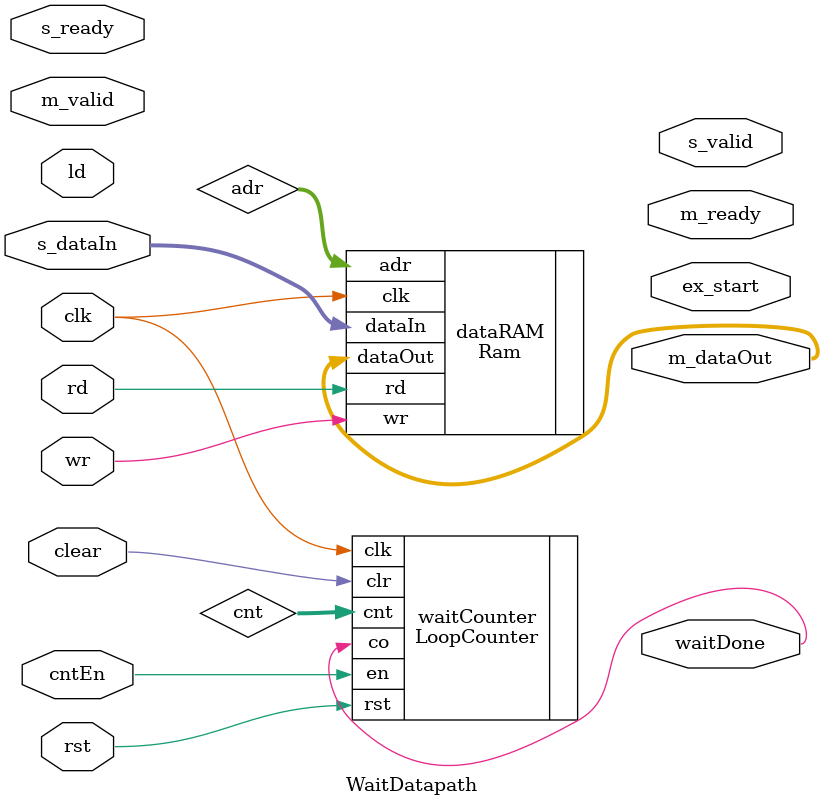
<source format=v>
module WaitDatapath #(parameter DATA_WIDTH = 32, DEPTH = 16) (
    clk, 
    rst, 

    // control signals
    clear, 
    s_ready,
    cntEn, 
    ld,
    rd,
    wr,
    m_valid,

    // state signals
    ex_start, 
    s_valid,
    waitDone,
    m_ready,

    // input signals
    s_dataIn, 

    // output signals
    m_dataOut
);

    input clk, rst;
    input clear, s_ready, cntEn, ld, rd, m_valid, wr;
    output ex_start, s_valid, waitDone, m_ready;

    input [DATA_WIDTH-1:0] s_dataIn;
    output [DATA_WIDTH-1:0] m_dataOut;
    reg [$clog2(DATA_WIDTH)-1:0] adr;

    Ram #(DATA_WIDTH, DEPTH) dataRAM (
        .clk(clk), 
        .rd(rd), 
        .wr(wr),
        .adr(adr), 
        .dataIn(s_dataIn), 
        .dataOut(m_dataOut)
    );

    wire [DEPTH-1:0] cnt;

    LoopCounter #(8) waitCounter (
        .clk(clk), 
        .rst(rst),
        .en(cntEn), 
        .clr(clear), 
        .co(waitDone), 
        .cnt(cnt)
    );

endmodule
</source>
